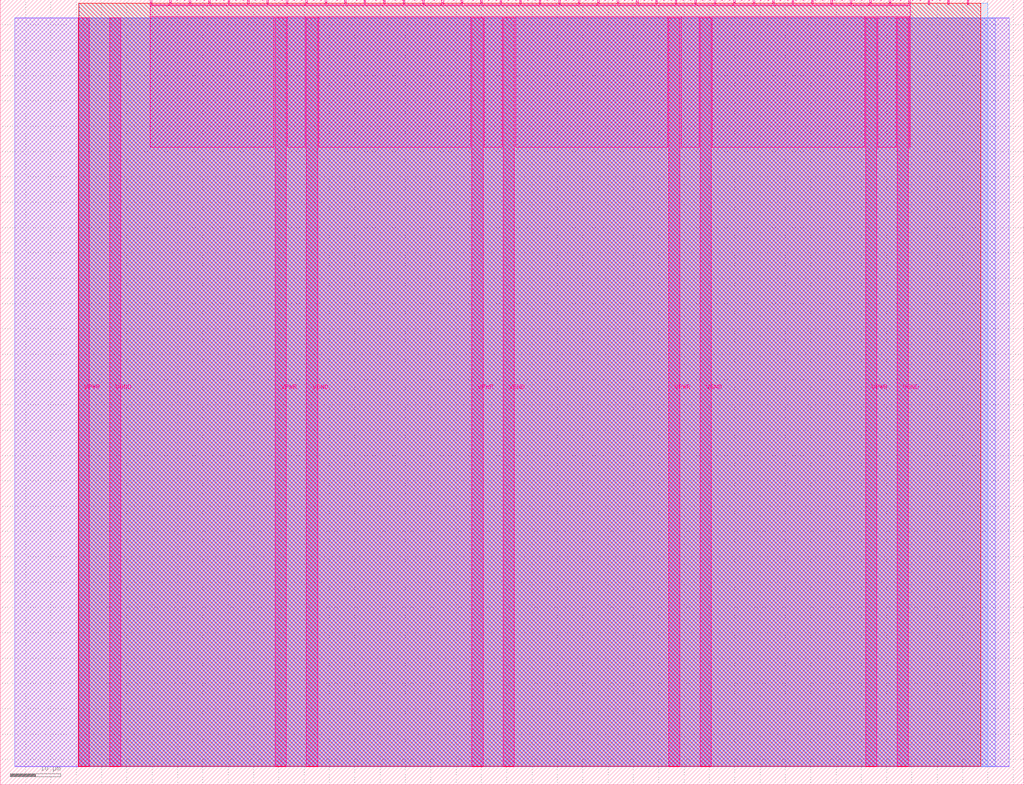
<source format=lef>
VERSION 5.7 ;
  NOWIREEXTENSIONATPIN ON ;
  DIVIDERCHAR "/" ;
  BUSBITCHARS "[]" ;
MACRO tt_um_multiplier_group_2
  CLASS BLOCK ;
  FOREIGN tt_um_multiplier_group_2 ;
  ORIGIN 0.000 0.000 ;
  SIZE 202.080 BY 154.980 ;
  PIN VGND
    DIRECTION INOUT ;
    USE GROUND ;
    PORT
      LAYER Metal5 ;
        RECT 21.580 3.560 23.780 151.420 ;
    END
    PORT
      LAYER Metal5 ;
        RECT 60.450 3.560 62.650 151.420 ;
    END
    PORT
      LAYER Metal5 ;
        RECT 99.320 3.560 101.520 151.420 ;
    END
    PORT
      LAYER Metal5 ;
        RECT 138.190 3.560 140.390 151.420 ;
    END
    PORT
      LAYER Metal5 ;
        RECT 177.060 3.560 179.260 151.420 ;
    END
  END VGND
  PIN VPWR
    DIRECTION INOUT ;
    USE POWER ;
    PORT
      LAYER Metal5 ;
        RECT 15.380 3.560 17.580 151.420 ;
    END
    PORT
      LAYER Metal5 ;
        RECT 54.250 3.560 56.450 151.420 ;
    END
    PORT
      LAYER Metal5 ;
        RECT 93.120 3.560 95.320 151.420 ;
    END
    PORT
      LAYER Metal5 ;
        RECT 131.990 3.560 134.190 151.420 ;
    END
    PORT
      LAYER Metal5 ;
        RECT 170.860 3.560 173.060 151.420 ;
    END
  END VPWR
  PIN clk
    DIRECTION INPUT ;
    USE SIGNAL ;
    PORT
      LAYER Metal5 ;
        RECT 187.050 153.980 187.350 154.980 ;
    END
  END clk
  PIN ena
    DIRECTION INPUT ;
    USE SIGNAL ;
    PORT
      LAYER Metal5 ;
        RECT 190.890 153.980 191.190 154.980 ;
    END
  END ena
  PIN rst_n
    DIRECTION INPUT ;
    USE SIGNAL ;
    PORT
      LAYER Metal5 ;
        RECT 183.210 153.980 183.510 154.980 ;
    END
  END rst_n
  PIN ui_in[0]
    DIRECTION INPUT ;
    USE SIGNAL ;
    ANTENNAGATEAREA 0.180700 ;
    PORT
      LAYER Metal5 ;
        RECT 179.370 153.980 179.670 154.980 ;
    END
  END ui_in[0]
  PIN ui_in[1]
    DIRECTION INPUT ;
    USE SIGNAL ;
    ANTENNAGATEAREA 0.213200 ;
    PORT
      LAYER Metal5 ;
        RECT 175.530 153.980 175.830 154.980 ;
    END
  END ui_in[1]
  PIN ui_in[2]
    DIRECTION INPUT ;
    USE SIGNAL ;
    ANTENNAGATEAREA 0.180700 ;
    PORT
      LAYER Metal5 ;
        RECT 171.690 153.980 171.990 154.980 ;
    END
  END ui_in[2]
  PIN ui_in[3]
    DIRECTION INPUT ;
    USE SIGNAL ;
    ANTENNAGATEAREA 0.213200 ;
    PORT
      LAYER Metal5 ;
        RECT 167.850 153.980 168.150 154.980 ;
    END
  END ui_in[3]
  PIN ui_in[4]
    DIRECTION INPUT ;
    USE SIGNAL ;
    ANTENNAGATEAREA 0.180700 ;
    PORT
      LAYER Metal5 ;
        RECT 164.010 153.980 164.310 154.980 ;
    END
  END ui_in[4]
  PIN ui_in[5]
    DIRECTION INPUT ;
    USE SIGNAL ;
    ANTENNAGATEAREA 0.213200 ;
    PORT
      LAYER Metal5 ;
        RECT 160.170 153.980 160.470 154.980 ;
    END
  END ui_in[5]
  PIN ui_in[6]
    DIRECTION INPUT ;
    USE SIGNAL ;
    ANTENNAGATEAREA 0.180700 ;
    PORT
      LAYER Metal5 ;
        RECT 156.330 153.980 156.630 154.980 ;
    END
  END ui_in[6]
  PIN ui_in[7]
    DIRECTION INPUT ;
    USE SIGNAL ;
    ANTENNAGATEAREA 0.213200 ;
    PORT
      LAYER Metal5 ;
        RECT 152.490 153.980 152.790 154.980 ;
    END
  END ui_in[7]
  PIN uio_in[0]
    DIRECTION INPUT ;
    USE SIGNAL ;
    ANTENNAGATEAREA 0.314600 ;
    PORT
      LAYER Metal5 ;
        RECT 148.650 153.980 148.950 154.980 ;
    END
  END uio_in[0]
  PIN uio_in[1]
    DIRECTION INPUT ;
    USE SIGNAL ;
    ANTENNAGATEAREA 0.180700 ;
    PORT
      LAYER Metal5 ;
        RECT 144.810 153.980 145.110 154.980 ;
    END
  END uio_in[1]
  PIN uio_in[2]
    DIRECTION INPUT ;
    USE SIGNAL ;
    ANTENNAGATEAREA 0.314600 ;
    PORT
      LAYER Metal5 ;
        RECT 140.970 153.980 141.270 154.980 ;
    END
  END uio_in[2]
  PIN uio_in[3]
    DIRECTION INPUT ;
    USE SIGNAL ;
    ANTENNAGATEAREA 0.213200 ;
    PORT
      LAYER Metal5 ;
        RECT 137.130 153.980 137.430 154.980 ;
    END
  END uio_in[3]
  PIN uio_in[4]
    DIRECTION INPUT ;
    USE SIGNAL ;
    PORT
      LAYER Metal5 ;
        RECT 133.290 153.980 133.590 154.980 ;
    END
  END uio_in[4]
  PIN uio_in[5]
    DIRECTION INPUT ;
    USE SIGNAL ;
    PORT
      LAYER Metal5 ;
        RECT 129.450 153.980 129.750 154.980 ;
    END
  END uio_in[5]
  PIN uio_in[6]
    DIRECTION INPUT ;
    USE SIGNAL ;
    PORT
      LAYER Metal5 ;
        RECT 125.610 153.980 125.910 154.980 ;
    END
  END uio_in[6]
  PIN uio_in[7]
    DIRECTION INPUT ;
    USE SIGNAL ;
    PORT
      LAYER Metal5 ;
        RECT 121.770 153.980 122.070 154.980 ;
    END
  END uio_in[7]
  PIN uio_oe[0]
    DIRECTION OUTPUT ;
    USE SIGNAL ;
    ANTENNADIFFAREA 0.299200 ;
    PORT
      LAYER Metal5 ;
        RECT 56.490 153.980 56.790 154.980 ;
    END
  END uio_oe[0]
  PIN uio_oe[1]
    DIRECTION OUTPUT ;
    USE SIGNAL ;
    ANTENNADIFFAREA 0.299200 ;
    PORT
      LAYER Metal5 ;
        RECT 52.650 153.980 52.950 154.980 ;
    END
  END uio_oe[1]
  PIN uio_oe[2]
    DIRECTION OUTPUT ;
    USE SIGNAL ;
    ANTENNADIFFAREA 0.299200 ;
    PORT
      LAYER Metal5 ;
        RECT 48.810 153.980 49.110 154.980 ;
    END
  END uio_oe[2]
  PIN uio_oe[3]
    DIRECTION OUTPUT ;
    USE SIGNAL ;
    ANTENNADIFFAREA 0.299200 ;
    PORT
      LAYER Metal5 ;
        RECT 44.970 153.980 45.270 154.980 ;
    END
  END uio_oe[3]
  PIN uio_oe[4]
    DIRECTION OUTPUT ;
    USE SIGNAL ;
    ANTENNADIFFAREA 0.299200 ;
    PORT
      LAYER Metal5 ;
        RECT 41.130 153.980 41.430 154.980 ;
    END
  END uio_oe[4]
  PIN uio_oe[5]
    DIRECTION OUTPUT ;
    USE SIGNAL ;
    ANTENNADIFFAREA 0.299200 ;
    PORT
      LAYER Metal5 ;
        RECT 37.290 153.980 37.590 154.980 ;
    END
  END uio_oe[5]
  PIN uio_oe[6]
    DIRECTION OUTPUT ;
    USE SIGNAL ;
    ANTENNADIFFAREA 0.299200 ;
    PORT
      LAYER Metal5 ;
        RECT 33.450 153.980 33.750 154.980 ;
    END
  END uio_oe[6]
  PIN uio_oe[7]
    DIRECTION OUTPUT ;
    USE SIGNAL ;
    ANTENNADIFFAREA 0.299200 ;
    PORT
      LAYER Metal5 ;
        RECT 29.610 153.980 29.910 154.980 ;
    END
  END uio_oe[7]
  PIN uio_out[0]
    DIRECTION OUTPUT ;
    USE SIGNAL ;
    ANTENNADIFFAREA 0.299200 ;
    PORT
      LAYER Metal5 ;
        RECT 87.210 153.980 87.510 154.980 ;
    END
  END uio_out[0]
  PIN uio_out[1]
    DIRECTION OUTPUT ;
    USE SIGNAL ;
    ANTENNADIFFAREA 0.299200 ;
    PORT
      LAYER Metal5 ;
        RECT 83.370 153.980 83.670 154.980 ;
    END
  END uio_out[1]
  PIN uio_out[2]
    DIRECTION OUTPUT ;
    USE SIGNAL ;
    ANTENNADIFFAREA 0.299200 ;
    PORT
      LAYER Metal5 ;
        RECT 79.530 153.980 79.830 154.980 ;
    END
  END uio_out[2]
  PIN uio_out[3]
    DIRECTION OUTPUT ;
    USE SIGNAL ;
    ANTENNADIFFAREA 0.299200 ;
    PORT
      LAYER Metal5 ;
        RECT 75.690 153.980 75.990 154.980 ;
    END
  END uio_out[3]
  PIN uio_out[4]
    DIRECTION OUTPUT ;
    USE SIGNAL ;
    ANTENNADIFFAREA 0.299200 ;
    PORT
      LAYER Metal5 ;
        RECT 71.850 153.980 72.150 154.980 ;
    END
  END uio_out[4]
  PIN uio_out[5]
    DIRECTION OUTPUT ;
    USE SIGNAL ;
    ANTENNADIFFAREA 0.299200 ;
    PORT
      LAYER Metal5 ;
        RECT 68.010 153.980 68.310 154.980 ;
    END
  END uio_out[5]
  PIN uio_out[6]
    DIRECTION OUTPUT ;
    USE SIGNAL ;
    ANTENNADIFFAREA 0.299200 ;
    PORT
      LAYER Metal5 ;
        RECT 64.170 153.980 64.470 154.980 ;
    END
  END uio_out[6]
  PIN uio_out[7]
    DIRECTION OUTPUT ;
    USE SIGNAL ;
    ANTENNADIFFAREA 0.299200 ;
    PORT
      LAYER Metal5 ;
        RECT 60.330 153.980 60.630 154.980 ;
    END
  END uio_out[7]
  PIN uo_out[0]
    DIRECTION OUTPUT ;
    USE SIGNAL ;
    ANTENNADIFFAREA 0.632400 ;
    PORT
      LAYER Metal5 ;
        RECT 117.930 153.980 118.230 154.980 ;
    END
  END uo_out[0]
  PIN uo_out[1]
    DIRECTION OUTPUT ;
    USE SIGNAL ;
    ANTENNADIFFAREA 0.677200 ;
    PORT
      LAYER Metal5 ;
        RECT 114.090 153.980 114.390 154.980 ;
    END
  END uo_out[1]
  PIN uo_out[2]
    DIRECTION OUTPUT ;
    USE SIGNAL ;
    ANTENNADIFFAREA 0.677200 ;
    PORT
      LAYER Metal5 ;
        RECT 110.250 153.980 110.550 154.980 ;
    END
  END uo_out[2]
  PIN uo_out[3]
    DIRECTION OUTPUT ;
    USE SIGNAL ;
    ANTENNADIFFAREA 1.102800 ;
    PORT
      LAYER Metal5 ;
        RECT 106.410 153.980 106.710 154.980 ;
    END
  END uo_out[3]
  PIN uo_out[4]
    DIRECTION OUTPUT ;
    USE SIGNAL ;
    ANTENNADIFFAREA 1.102800 ;
    PORT
      LAYER Metal5 ;
        RECT 102.570 153.980 102.870 154.980 ;
    END
  END uo_out[4]
  PIN uo_out[5]
    DIRECTION OUTPUT ;
    USE SIGNAL ;
    ANTENNADIFFAREA 1.102800 ;
    PORT
      LAYER Metal5 ;
        RECT 98.730 153.980 99.030 154.980 ;
    END
  END uo_out[5]
  PIN uo_out[6]
    DIRECTION OUTPUT ;
    USE SIGNAL ;
    ANTENNADIFFAREA 1.146800 ;
    PORT
      LAYER Metal5 ;
        RECT 94.890 153.980 95.190 154.980 ;
    END
  END uo_out[6]
  PIN uo_out[7]
    DIRECTION OUTPUT ;
    USE SIGNAL ;
    ANTENNADIFFAREA 1.102800 ;
    PORT
      LAYER Metal5 ;
        RECT 91.050 153.980 91.350 154.980 ;
    END
  END uo_out[7]
  OBS
      LAYER GatPoly ;
        RECT 2.880 3.630 199.200 151.350 ;
      LAYER Metal1 ;
        RECT 2.880 3.560 199.200 151.420 ;
      LAYER Metal2 ;
        RECT 15.515 3.680 196.465 151.300 ;
      LAYER Metal3 ;
        RECT 15.560 3.635 194.980 154.285 ;
      LAYER Metal4 ;
        RECT 15.515 3.680 193.585 154.240 ;
      LAYER Metal5 ;
        RECT 30.120 153.770 33.240 153.980 ;
        RECT 33.960 153.770 37.080 153.980 ;
        RECT 37.800 153.770 40.920 153.980 ;
        RECT 41.640 153.770 44.760 153.980 ;
        RECT 45.480 153.770 48.600 153.980 ;
        RECT 49.320 153.770 52.440 153.980 ;
        RECT 53.160 153.770 56.280 153.980 ;
        RECT 57.000 153.770 60.120 153.980 ;
        RECT 60.840 153.770 63.960 153.980 ;
        RECT 64.680 153.770 67.800 153.980 ;
        RECT 68.520 153.770 71.640 153.980 ;
        RECT 72.360 153.770 75.480 153.980 ;
        RECT 76.200 153.770 79.320 153.980 ;
        RECT 80.040 153.770 83.160 153.980 ;
        RECT 83.880 153.770 87.000 153.980 ;
        RECT 87.720 153.770 90.840 153.980 ;
        RECT 91.560 153.770 94.680 153.980 ;
        RECT 95.400 153.770 98.520 153.980 ;
        RECT 99.240 153.770 102.360 153.980 ;
        RECT 103.080 153.770 106.200 153.980 ;
        RECT 106.920 153.770 110.040 153.980 ;
        RECT 110.760 153.770 113.880 153.980 ;
        RECT 114.600 153.770 117.720 153.980 ;
        RECT 118.440 153.770 121.560 153.980 ;
        RECT 122.280 153.770 125.400 153.980 ;
        RECT 126.120 153.770 129.240 153.980 ;
        RECT 129.960 153.770 133.080 153.980 ;
        RECT 133.800 153.770 136.920 153.980 ;
        RECT 137.640 153.770 140.760 153.980 ;
        RECT 141.480 153.770 144.600 153.980 ;
        RECT 145.320 153.770 148.440 153.980 ;
        RECT 149.160 153.770 152.280 153.980 ;
        RECT 153.000 153.770 156.120 153.980 ;
        RECT 156.840 153.770 159.960 153.980 ;
        RECT 160.680 153.770 163.800 153.980 ;
        RECT 164.520 153.770 167.640 153.980 ;
        RECT 168.360 153.770 171.480 153.980 ;
        RECT 172.200 153.770 175.320 153.980 ;
        RECT 176.040 153.770 179.160 153.980 ;
        RECT 29.660 151.630 179.620 153.770 ;
        RECT 29.660 125.855 54.040 151.630 ;
        RECT 56.660 125.855 60.240 151.630 ;
        RECT 62.860 125.855 92.910 151.630 ;
        RECT 95.530 125.855 99.110 151.630 ;
        RECT 101.730 125.855 131.780 151.630 ;
        RECT 134.400 125.855 137.980 151.630 ;
        RECT 140.600 125.855 170.650 151.630 ;
        RECT 173.270 125.855 176.850 151.630 ;
        RECT 179.470 125.855 179.620 151.630 ;
  END
END tt_um_multiplier_group_2
END LIBRARY


</source>
